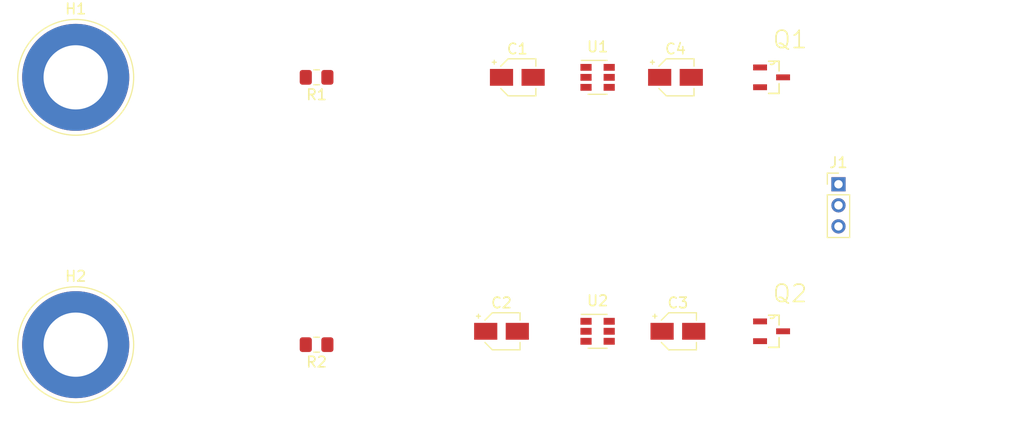
<source format=kicad_pcb>
(kicad_pcb (version 20171130) (host pcbnew 5.1.5+dfsg1-2build2)

  (general
    (thickness 1.6)
    (drawings 0)
    (tracks 0)
    (zones 0)
    (modules 13)
    (nets 13)
  )

  (page A4)
  (layers
    (0 F.Cu signal)
    (31 B.Cu signal)
    (32 B.Adhes user)
    (33 F.Adhes user)
    (34 B.Paste user)
    (35 F.Paste user)
    (36 B.SilkS user)
    (37 F.SilkS user)
    (38 B.Mask user)
    (39 F.Mask user)
    (40 Dwgs.User user)
    (41 Cmts.User user)
    (42 Eco1.User user)
    (43 Eco2.User user)
    (44 Edge.Cuts user)
    (45 Margin user)
    (46 B.CrtYd user)
    (47 F.CrtYd user)
    (48 B.Fab user)
    (49 F.Fab user)
  )

  (setup
    (last_trace_width 0.25)
    (trace_clearance 0.2)
    (zone_clearance 0.508)
    (zone_45_only no)
    (trace_min 0.2)
    (via_size 0.8)
    (via_drill 0.4)
    (via_min_size 0.4)
    (via_min_drill 0.3)
    (uvia_size 0.3)
    (uvia_drill 0.1)
    (uvias_allowed no)
    (uvia_min_size 0.2)
    (uvia_min_drill 0.1)
    (edge_width 0.05)
    (segment_width 0.2)
    (pcb_text_width 0.3)
    (pcb_text_size 1.5 1.5)
    (mod_edge_width 0.12)
    (mod_text_size 1 1)
    (mod_text_width 0.15)
    (pad_size 1.524 1.524)
    (pad_drill 0.762)
    (pad_to_mask_clearance 0.051)
    (solder_mask_min_width 0.25)
    (aux_axis_origin 0 0)
    (visible_elements FFFFFF7F)
    (pcbplotparams
      (layerselection 0x010fc_ffffffff)
      (usegerberextensions false)
      (usegerberattributes false)
      (usegerberadvancedattributes false)
      (creategerberjobfile false)
      (excludeedgelayer true)
      (linewidth 0.100000)
      (plotframeref false)
      (viasonmask false)
      (mode 1)
      (useauxorigin false)
      (hpglpennumber 1)
      (hpglpenspeed 20)
      (hpglpendiameter 15.000000)
      (psnegative false)
      (psa4output false)
      (plotreference true)
      (plotvalue true)
      (plotinvisibletext false)
      (padsonsilk false)
      (subtractmaskfromsilk false)
      (outputformat 1)
      (mirror false)
      (drillshape 1)
      (scaleselection 1)
      (outputdirectory ""))
  )

  (net 0 "")
  (net 1 "Net-(C1-Pad2)")
  (net 2 "Net-(C1-Pad1)")
  (net 3 "Net-(C2-Pad2)")
  (net 4 "Net-(C2-Pad1)")
  (net 5 GND)
  (net 6 VCC)
  (net 7 "Net-(H1-Pad1)")
  (net 8 "Net-(H2-Pad1)")
  (net 9 "Net-(J1-Pad1)")
  (net 10 "Net-(J1-Pad3)")
  (net 11 "Net-(Q1-Pad4)")
  (net 12 "Net-(Q2-Pad4)")

  (net_class Default "This is the default net class."
    (clearance 0.2)
    (trace_width 0.25)
    (via_dia 0.8)
    (via_drill 0.4)
    (uvia_dia 0.3)
    (uvia_drill 0.1)
    (add_net GND)
    (add_net "Net-(C1-Pad1)")
    (add_net "Net-(C1-Pad2)")
    (add_net "Net-(C2-Pad1)")
    (add_net "Net-(C2-Pad2)")
    (add_net "Net-(H1-Pad1)")
    (add_net "Net-(H2-Pad1)")
    (add_net "Net-(J1-Pad1)")
    (add_net "Net-(J1-Pad3)")
    (add_net "Net-(Q1-Pad4)")
    (add_net "Net-(Q2-Pad4)")
    (add_net VCC)
  )

  (module Capacitor_SMD:CP_Elec_3x5.3 (layer F.Cu) (tedit 5B303299) (tstamp 6308BC08)
    (at 80.01 63.5)
    (descr "SMT capacitor, aluminium electrolytic, 3x5.3, Cornell Dubilier Electronics ")
    (tags "Capacitor Electrolytic")
    (path /6309215C)
    (attr smd)
    (fp_text reference C1 (at 0 -2.7) (layer F.SilkS)
      (effects (font (size 1 1) (thickness 0.15)))
    )
    (fp_text value CAP (at 0 2.7) (layer F.Fab)
      (effects (font (size 1 1) (thickness 0.15)))
    )
    (fp_text user %R (at 0 0) (layer F.Fab)
      (effects (font (size 0.6 0.6) (thickness 0.09)))
    )
    (fp_line (start -2.85 1.05) (end -1.78 1.05) (layer F.CrtYd) (width 0.05))
    (fp_line (start -2.85 -1.05) (end -2.85 1.05) (layer F.CrtYd) (width 0.05))
    (fp_line (start -1.78 -1.05) (end -2.85 -1.05) (layer F.CrtYd) (width 0.05))
    (fp_line (start -1.78 -1.05) (end -0.93 -1.9) (layer F.CrtYd) (width 0.05))
    (fp_line (start -1.78 1.05) (end -0.93 1.9) (layer F.CrtYd) (width 0.05))
    (fp_line (start -0.93 -1.9) (end 1.9 -1.9) (layer F.CrtYd) (width 0.05))
    (fp_line (start -0.93 1.9) (end 1.9 1.9) (layer F.CrtYd) (width 0.05))
    (fp_line (start 1.9 1.05) (end 1.9 1.9) (layer F.CrtYd) (width 0.05))
    (fp_line (start 2.85 1.05) (end 1.9 1.05) (layer F.CrtYd) (width 0.05))
    (fp_line (start 2.85 -1.05) (end 2.85 1.05) (layer F.CrtYd) (width 0.05))
    (fp_line (start 1.9 -1.05) (end 2.85 -1.05) (layer F.CrtYd) (width 0.05))
    (fp_line (start 1.9 -1.9) (end 1.9 -1.05) (layer F.CrtYd) (width 0.05))
    (fp_line (start -2.1875 -1.6225) (end -2.1875 -1.2475) (layer F.SilkS) (width 0.12))
    (fp_line (start -2.375 -1.435) (end -2 -1.435) (layer F.SilkS) (width 0.12))
    (fp_line (start -1.570563 1.06) (end -0.870563 1.76) (layer F.SilkS) (width 0.12))
    (fp_line (start -1.570563 -1.06) (end -0.870563 -1.76) (layer F.SilkS) (width 0.12))
    (fp_line (start -0.870563 1.76) (end 1.76 1.76) (layer F.SilkS) (width 0.12))
    (fp_line (start -0.870563 -1.76) (end 1.76 -1.76) (layer F.SilkS) (width 0.12))
    (fp_line (start 1.76 -1.76) (end 1.76 -1.06) (layer F.SilkS) (width 0.12))
    (fp_line (start 1.76 1.76) (end 1.76 1.06) (layer F.SilkS) (width 0.12))
    (fp_line (start -0.960469 -0.95) (end -0.960469 -0.65) (layer F.Fab) (width 0.1))
    (fp_line (start -1.110469 -0.8) (end -0.810469 -0.8) (layer F.Fab) (width 0.1))
    (fp_line (start -1.65 0.825) (end -0.825 1.65) (layer F.Fab) (width 0.1))
    (fp_line (start -1.65 -0.825) (end -0.825 -1.65) (layer F.Fab) (width 0.1))
    (fp_line (start -1.65 -0.825) (end -1.65 0.825) (layer F.Fab) (width 0.1))
    (fp_line (start -0.825 1.65) (end 1.65 1.65) (layer F.Fab) (width 0.1))
    (fp_line (start -0.825 -1.65) (end 1.65 -1.65) (layer F.Fab) (width 0.1))
    (fp_line (start 1.65 -1.65) (end 1.65 1.65) (layer F.Fab) (width 0.1))
    (fp_circle (center 0 0) (end 1.5 0) (layer F.Fab) (width 0.1))
    (pad 2 smd rect (at 1.5 0) (size 2.2 1.6) (layers F.Cu F.Paste F.Mask)
      (net 1 "Net-(C1-Pad2)"))
    (pad 1 smd rect (at -1.5 0) (size 2.2 1.6) (layers F.Cu F.Paste F.Mask)
      (net 2 "Net-(C1-Pad1)"))
    (model ${KISYS3DMOD}/Capacitor_SMD.3dshapes/CP_Elec_3x5.3.wrl
      (at (xyz 0 0 0))
      (scale (xyz 1 1 1))
      (rotate (xyz 0 0 0))
    )
  )

  (module Capacitor_SMD:CP_Elec_3x5.3 (layer F.Cu) (tedit 5B303299) (tstamp 6308BC2C)
    (at 78.51 87.63)
    (descr "SMT capacitor, aluminium electrolytic, 3x5.3, Cornell Dubilier Electronics ")
    (tags "Capacitor Electrolytic")
    (path /63093946)
    (attr smd)
    (fp_text reference C2 (at 0 -2.7) (layer F.SilkS)
      (effects (font (size 1 1) (thickness 0.15)))
    )
    (fp_text value CAP (at 0 2.7) (layer F.Fab)
      (effects (font (size 1 1) (thickness 0.15)))
    )
    (fp_text user %R (at 0 0) (layer F.Fab)
      (effects (font (size 0.6 0.6) (thickness 0.09)))
    )
    (fp_line (start -2.85 1.05) (end -1.78 1.05) (layer F.CrtYd) (width 0.05))
    (fp_line (start -2.85 -1.05) (end -2.85 1.05) (layer F.CrtYd) (width 0.05))
    (fp_line (start -1.78 -1.05) (end -2.85 -1.05) (layer F.CrtYd) (width 0.05))
    (fp_line (start -1.78 -1.05) (end -0.93 -1.9) (layer F.CrtYd) (width 0.05))
    (fp_line (start -1.78 1.05) (end -0.93 1.9) (layer F.CrtYd) (width 0.05))
    (fp_line (start -0.93 -1.9) (end 1.9 -1.9) (layer F.CrtYd) (width 0.05))
    (fp_line (start -0.93 1.9) (end 1.9 1.9) (layer F.CrtYd) (width 0.05))
    (fp_line (start 1.9 1.05) (end 1.9 1.9) (layer F.CrtYd) (width 0.05))
    (fp_line (start 2.85 1.05) (end 1.9 1.05) (layer F.CrtYd) (width 0.05))
    (fp_line (start 2.85 -1.05) (end 2.85 1.05) (layer F.CrtYd) (width 0.05))
    (fp_line (start 1.9 -1.05) (end 2.85 -1.05) (layer F.CrtYd) (width 0.05))
    (fp_line (start 1.9 -1.9) (end 1.9 -1.05) (layer F.CrtYd) (width 0.05))
    (fp_line (start -2.1875 -1.6225) (end -2.1875 -1.2475) (layer F.SilkS) (width 0.12))
    (fp_line (start -2.375 -1.435) (end -2 -1.435) (layer F.SilkS) (width 0.12))
    (fp_line (start -1.570563 1.06) (end -0.870563 1.76) (layer F.SilkS) (width 0.12))
    (fp_line (start -1.570563 -1.06) (end -0.870563 -1.76) (layer F.SilkS) (width 0.12))
    (fp_line (start -0.870563 1.76) (end 1.76 1.76) (layer F.SilkS) (width 0.12))
    (fp_line (start -0.870563 -1.76) (end 1.76 -1.76) (layer F.SilkS) (width 0.12))
    (fp_line (start 1.76 -1.76) (end 1.76 -1.06) (layer F.SilkS) (width 0.12))
    (fp_line (start 1.76 1.76) (end 1.76 1.06) (layer F.SilkS) (width 0.12))
    (fp_line (start -0.960469 -0.95) (end -0.960469 -0.65) (layer F.Fab) (width 0.1))
    (fp_line (start -1.110469 -0.8) (end -0.810469 -0.8) (layer F.Fab) (width 0.1))
    (fp_line (start -1.65 0.825) (end -0.825 1.65) (layer F.Fab) (width 0.1))
    (fp_line (start -1.65 -0.825) (end -0.825 -1.65) (layer F.Fab) (width 0.1))
    (fp_line (start -1.65 -0.825) (end -1.65 0.825) (layer F.Fab) (width 0.1))
    (fp_line (start -0.825 1.65) (end 1.65 1.65) (layer F.Fab) (width 0.1))
    (fp_line (start -0.825 -1.65) (end 1.65 -1.65) (layer F.Fab) (width 0.1))
    (fp_line (start 1.65 -1.65) (end 1.65 1.65) (layer F.Fab) (width 0.1))
    (fp_circle (center 0 0) (end 1.5 0) (layer F.Fab) (width 0.1))
    (pad 2 smd rect (at 1.5 0) (size 2.2 1.6) (layers F.Cu F.Paste F.Mask)
      (net 3 "Net-(C2-Pad2)"))
    (pad 1 smd rect (at -1.5 0) (size 2.2 1.6) (layers F.Cu F.Paste F.Mask)
      (net 4 "Net-(C2-Pad1)"))
    (model ${KISYS3DMOD}/Capacitor_SMD.3dshapes/CP_Elec_3x5.3.wrl
      (at (xyz 0 0 0))
      (scale (xyz 1 1 1))
      (rotate (xyz 0 0 0))
    )
  )

  (module Capacitor_SMD:CP_Elec_3x5.3 (layer F.Cu) (tedit 5B303299) (tstamp 6308BC50)
    (at 95.25 87.63)
    (descr "SMT capacitor, aluminium electrolytic, 3x5.3, Cornell Dubilier Electronics ")
    (tags "Capacitor Electrolytic")
    (path /63090B9B)
    (attr smd)
    (fp_text reference C3 (at 0 -2.7) (layer F.SilkS)
      (effects (font (size 1 1) (thickness 0.15)))
    )
    (fp_text value CAP (at 0 2.7) (layer F.Fab)
      (effects (font (size 1 1) (thickness 0.15)))
    )
    (fp_circle (center 0 0) (end 1.5 0) (layer F.Fab) (width 0.1))
    (fp_line (start 1.65 -1.65) (end 1.65 1.65) (layer F.Fab) (width 0.1))
    (fp_line (start -0.825 -1.65) (end 1.65 -1.65) (layer F.Fab) (width 0.1))
    (fp_line (start -0.825 1.65) (end 1.65 1.65) (layer F.Fab) (width 0.1))
    (fp_line (start -1.65 -0.825) (end -1.65 0.825) (layer F.Fab) (width 0.1))
    (fp_line (start -1.65 -0.825) (end -0.825 -1.65) (layer F.Fab) (width 0.1))
    (fp_line (start -1.65 0.825) (end -0.825 1.65) (layer F.Fab) (width 0.1))
    (fp_line (start -1.110469 -0.8) (end -0.810469 -0.8) (layer F.Fab) (width 0.1))
    (fp_line (start -0.960469 -0.95) (end -0.960469 -0.65) (layer F.Fab) (width 0.1))
    (fp_line (start 1.76 1.76) (end 1.76 1.06) (layer F.SilkS) (width 0.12))
    (fp_line (start 1.76 -1.76) (end 1.76 -1.06) (layer F.SilkS) (width 0.12))
    (fp_line (start -0.870563 -1.76) (end 1.76 -1.76) (layer F.SilkS) (width 0.12))
    (fp_line (start -0.870563 1.76) (end 1.76 1.76) (layer F.SilkS) (width 0.12))
    (fp_line (start -1.570563 -1.06) (end -0.870563 -1.76) (layer F.SilkS) (width 0.12))
    (fp_line (start -1.570563 1.06) (end -0.870563 1.76) (layer F.SilkS) (width 0.12))
    (fp_line (start -2.375 -1.435) (end -2 -1.435) (layer F.SilkS) (width 0.12))
    (fp_line (start -2.1875 -1.6225) (end -2.1875 -1.2475) (layer F.SilkS) (width 0.12))
    (fp_line (start 1.9 -1.9) (end 1.9 -1.05) (layer F.CrtYd) (width 0.05))
    (fp_line (start 1.9 -1.05) (end 2.85 -1.05) (layer F.CrtYd) (width 0.05))
    (fp_line (start 2.85 -1.05) (end 2.85 1.05) (layer F.CrtYd) (width 0.05))
    (fp_line (start 2.85 1.05) (end 1.9 1.05) (layer F.CrtYd) (width 0.05))
    (fp_line (start 1.9 1.05) (end 1.9 1.9) (layer F.CrtYd) (width 0.05))
    (fp_line (start -0.93 1.9) (end 1.9 1.9) (layer F.CrtYd) (width 0.05))
    (fp_line (start -0.93 -1.9) (end 1.9 -1.9) (layer F.CrtYd) (width 0.05))
    (fp_line (start -1.78 1.05) (end -0.93 1.9) (layer F.CrtYd) (width 0.05))
    (fp_line (start -1.78 -1.05) (end -0.93 -1.9) (layer F.CrtYd) (width 0.05))
    (fp_line (start -1.78 -1.05) (end -2.85 -1.05) (layer F.CrtYd) (width 0.05))
    (fp_line (start -2.85 -1.05) (end -2.85 1.05) (layer F.CrtYd) (width 0.05))
    (fp_line (start -2.85 1.05) (end -1.78 1.05) (layer F.CrtYd) (width 0.05))
    (fp_text user %R (at 0 0) (layer F.Fab)
      (effects (font (size 0.6 0.6) (thickness 0.09)))
    )
    (pad 1 smd rect (at -1.5 0) (size 2.2 1.6) (layers F.Cu F.Paste F.Mask)
      (net 5 GND))
    (pad 2 smd rect (at 1.5 0) (size 2.2 1.6) (layers F.Cu F.Paste F.Mask)
      (net 6 VCC))
    (model ${KISYS3DMOD}/Capacitor_SMD.3dshapes/CP_Elec_3x5.3.wrl
      (at (xyz 0 0 0))
      (scale (xyz 1 1 1))
      (rotate (xyz 0 0 0))
    )
  )

  (module Capacitor_SMD:CP_Elec_3x5.3 (layer F.Cu) (tedit 5B303299) (tstamp 6308BC74)
    (at 95.02 63.5)
    (descr "SMT capacitor, aluminium electrolytic, 3x5.3, Cornell Dubilier Electronics ")
    (tags "Capacitor Electrolytic")
    (path /63092BEC)
    (attr smd)
    (fp_text reference C4 (at 0 -2.7) (layer F.SilkS)
      (effects (font (size 1 1) (thickness 0.15)))
    )
    (fp_text value CAP (at 0 2.7) (layer F.Fab)
      (effects (font (size 1 1) (thickness 0.15)))
    )
    (fp_circle (center 0 0) (end 1.5 0) (layer F.Fab) (width 0.1))
    (fp_line (start 1.65 -1.65) (end 1.65 1.65) (layer F.Fab) (width 0.1))
    (fp_line (start -0.825 -1.65) (end 1.65 -1.65) (layer F.Fab) (width 0.1))
    (fp_line (start -0.825 1.65) (end 1.65 1.65) (layer F.Fab) (width 0.1))
    (fp_line (start -1.65 -0.825) (end -1.65 0.825) (layer F.Fab) (width 0.1))
    (fp_line (start -1.65 -0.825) (end -0.825 -1.65) (layer F.Fab) (width 0.1))
    (fp_line (start -1.65 0.825) (end -0.825 1.65) (layer F.Fab) (width 0.1))
    (fp_line (start -1.110469 -0.8) (end -0.810469 -0.8) (layer F.Fab) (width 0.1))
    (fp_line (start -0.960469 -0.95) (end -0.960469 -0.65) (layer F.Fab) (width 0.1))
    (fp_line (start 1.76 1.76) (end 1.76 1.06) (layer F.SilkS) (width 0.12))
    (fp_line (start 1.76 -1.76) (end 1.76 -1.06) (layer F.SilkS) (width 0.12))
    (fp_line (start -0.870563 -1.76) (end 1.76 -1.76) (layer F.SilkS) (width 0.12))
    (fp_line (start -0.870563 1.76) (end 1.76 1.76) (layer F.SilkS) (width 0.12))
    (fp_line (start -1.570563 -1.06) (end -0.870563 -1.76) (layer F.SilkS) (width 0.12))
    (fp_line (start -1.570563 1.06) (end -0.870563 1.76) (layer F.SilkS) (width 0.12))
    (fp_line (start -2.375 -1.435) (end -2 -1.435) (layer F.SilkS) (width 0.12))
    (fp_line (start -2.1875 -1.6225) (end -2.1875 -1.2475) (layer F.SilkS) (width 0.12))
    (fp_line (start 1.9 -1.9) (end 1.9 -1.05) (layer F.CrtYd) (width 0.05))
    (fp_line (start 1.9 -1.05) (end 2.85 -1.05) (layer F.CrtYd) (width 0.05))
    (fp_line (start 2.85 -1.05) (end 2.85 1.05) (layer F.CrtYd) (width 0.05))
    (fp_line (start 2.85 1.05) (end 1.9 1.05) (layer F.CrtYd) (width 0.05))
    (fp_line (start 1.9 1.05) (end 1.9 1.9) (layer F.CrtYd) (width 0.05))
    (fp_line (start -0.93 1.9) (end 1.9 1.9) (layer F.CrtYd) (width 0.05))
    (fp_line (start -0.93 -1.9) (end 1.9 -1.9) (layer F.CrtYd) (width 0.05))
    (fp_line (start -1.78 1.05) (end -0.93 1.9) (layer F.CrtYd) (width 0.05))
    (fp_line (start -1.78 -1.05) (end -0.93 -1.9) (layer F.CrtYd) (width 0.05))
    (fp_line (start -1.78 -1.05) (end -2.85 -1.05) (layer F.CrtYd) (width 0.05))
    (fp_line (start -2.85 -1.05) (end -2.85 1.05) (layer F.CrtYd) (width 0.05))
    (fp_line (start -2.85 1.05) (end -1.78 1.05) (layer F.CrtYd) (width 0.05))
    (fp_text user %R (at 0 0) (layer F.Fab)
      (effects (font (size 0.6 0.6) (thickness 0.09)))
    )
    (pad 1 smd rect (at -1.5 0) (size 2.2 1.6) (layers F.Cu F.Paste F.Mask)
      (net 5 GND))
    (pad 2 smd rect (at 1.5 0) (size 2.2 1.6) (layers F.Cu F.Paste F.Mask)
      (net 6 VCC))
    (model ${KISYS3DMOD}/Capacitor_SMD.3dshapes/CP_Elec_3x5.3.wrl
      (at (xyz 0 0 0))
      (scale (xyz 1 1 1))
      (rotate (xyz 0 0 0))
    )
  )

  (module Connector:Banana_Jack_1Pin (layer F.Cu) (tedit 5A1AB217) (tstamp 6308BC7E)
    (at 38.1 63.5)
    (descr "Single banana socket, footprint - 6mm drill")
    (tags "banana socket")
    (path /63083B00)
    (fp_text reference H1 (at 0 -6.5) (layer F.SilkS)
      (effects (font (size 1 1) (thickness 0.15)))
    )
    (fp_text value MountingHole_Pad (at -0.25 6.5) (layer F.Fab)
      (effects (font (size 1 1) (thickness 0.15)))
    )
    (fp_text user %R (at 0 0) (layer F.Fab)
      (effects (font (size 0.8 0.8) (thickness 0.12)))
    )
    (fp_circle (center 0 0) (end 5.75 0) (layer F.CrtYd) (width 0.05))
    (fp_circle (center 0 0) (end 2 0) (layer F.Fab) (width 0.1))
    (fp_circle (center 0 0) (end 4.85 0.05) (layer F.Fab) (width 0.1))
    (fp_circle (center 0 0) (end 5.5 0) (layer F.SilkS) (width 0.12))
    (pad 1 thru_hole circle (at 0 0) (size 10.16 10.16) (drill 6.1) (layers *.Cu *.Mask)
      (net 7 "Net-(H1-Pad1)"))
    (model ${KISYS3DMOD}/Connector.3dshapes/Banana_Jack_1Pin.wrl
      (at (xyz 0 0 0))
      (scale (xyz 2 2 2))
      (rotate (xyz 0 0 0))
    )
  )

  (module Connector:Banana_Jack_1Pin (layer F.Cu) (tedit 5A1AB217) (tstamp 6308BC88)
    (at 38.1 88.9)
    (descr "Single banana socket, footprint - 6mm drill")
    (tags "banana socket")
    (path /63084185)
    (fp_text reference H2 (at 0 -6.5) (layer F.SilkS)
      (effects (font (size 1 1) (thickness 0.15)))
    )
    (fp_text value MountingHole_Pad (at -0.25 6.5) (layer F.Fab)
      (effects (font (size 1 1) (thickness 0.15)))
    )
    (fp_circle (center 0 0) (end 5.5 0) (layer F.SilkS) (width 0.12))
    (fp_circle (center 0 0) (end 4.85 0.05) (layer F.Fab) (width 0.1))
    (fp_circle (center 0 0) (end 2 0) (layer F.Fab) (width 0.1))
    (fp_circle (center 0 0) (end 5.75 0) (layer F.CrtYd) (width 0.05))
    (fp_text user %R (at 0 0) (layer F.Fab)
      (effects (font (size 0.8 0.8) (thickness 0.12)))
    )
    (pad 1 thru_hole circle (at 0 0) (size 10.16 10.16) (drill 6.1) (layers *.Cu *.Mask)
      (net 8 "Net-(H2-Pad1)"))
    (model ${KISYS3DMOD}/Connector.3dshapes/Banana_Jack_1Pin.wrl
      (at (xyz 0 0 0))
      (scale (xyz 2 2 2))
      (rotate (xyz 0 0 0))
    )
  )

  (module Connector_PinHeader_2.00mm:PinHeader_1x03_P2.00mm_Vertical (layer F.Cu) (tedit 59FED667) (tstamp 6308BC9F)
    (at 110.49 73.66)
    (descr "Through hole straight pin header, 1x03, 2.00mm pitch, single row")
    (tags "Through hole pin header THT 1x03 2.00mm single row")
    (path /6308EBFE)
    (fp_text reference J1 (at 0 -2.06) (layer F.SilkS)
      (effects (font (size 1 1) (thickness 0.15)))
    )
    (fp_text value Conn_01x03 (at 0 6.06) (layer F.Fab)
      (effects (font (size 1 1) (thickness 0.15)))
    )
    (fp_line (start -0.5 -1) (end 1 -1) (layer F.Fab) (width 0.1))
    (fp_line (start 1 -1) (end 1 5) (layer F.Fab) (width 0.1))
    (fp_line (start 1 5) (end -1 5) (layer F.Fab) (width 0.1))
    (fp_line (start -1 5) (end -1 -0.5) (layer F.Fab) (width 0.1))
    (fp_line (start -1 -0.5) (end -0.5 -1) (layer F.Fab) (width 0.1))
    (fp_line (start -1.06 5.06) (end 1.06 5.06) (layer F.SilkS) (width 0.12))
    (fp_line (start -1.06 1) (end -1.06 5.06) (layer F.SilkS) (width 0.12))
    (fp_line (start 1.06 1) (end 1.06 5.06) (layer F.SilkS) (width 0.12))
    (fp_line (start -1.06 1) (end 1.06 1) (layer F.SilkS) (width 0.12))
    (fp_line (start -1.06 0) (end -1.06 -1.06) (layer F.SilkS) (width 0.12))
    (fp_line (start -1.06 -1.06) (end 0 -1.06) (layer F.SilkS) (width 0.12))
    (fp_line (start -1.5 -1.5) (end -1.5 5.5) (layer F.CrtYd) (width 0.05))
    (fp_line (start -1.5 5.5) (end 1.5 5.5) (layer F.CrtYd) (width 0.05))
    (fp_line (start 1.5 5.5) (end 1.5 -1.5) (layer F.CrtYd) (width 0.05))
    (fp_line (start 1.5 -1.5) (end -1.5 -1.5) (layer F.CrtYd) (width 0.05))
    (fp_text user %R (at 0 2 90) (layer F.Fab)
      (effects (font (size 1 1) (thickness 0.15)))
    )
    (pad 1 thru_hole rect (at 0 0) (size 1.35 1.35) (drill 0.8) (layers *.Cu *.Mask)
      (net 9 "Net-(J1-Pad1)"))
    (pad 2 thru_hole oval (at 0 2) (size 1.35 1.35) (drill 0.8) (layers *.Cu *.Mask)
      (net 5 GND))
    (pad 3 thru_hole oval (at 0 4) (size 1.35 1.35) (drill 0.8) (layers *.Cu *.Mask)
      (net 10 "Net-(J1-Pad3)"))
    (model ${KISYS3DMOD}/Connector_PinHeader_2.00mm.3dshapes/PinHeader_1x03_P2.00mm_Vertical.wrl
      (at (xyz 0 0 0))
      (scale (xyz 1 1 1))
      (rotate (xyz 0 0 0))
    )
  )

  (module Resources:SOT95P240X112-3N (layer F.Cu) (tedit 6307FCB2) (tstamp 6308BCC2)
    (at 104.14 63.5)
    (path /6308B5CD)
    (fp_text reference Q1 (at 1.755825 -3.587985) (layer F.SilkS)
      (effects (font (size 1.643016 1.643016) (thickness 0.15)))
    )
    (fp_text value BUK7M9R9-60EX (at 13.21149 3.404495) (layer F.Fab)
      (effects (font (size 1.640433 1.640433) (thickness 0.15)))
    )
    (fp_line (start 0.7112 -0.6096) (end 0.7112 -1.524) (layer F.SilkS) (width 0.1524))
    (fp_line (start -0.2794 1.524) (end 0.7112 1.524) (layer F.SilkS) (width 0.1524))
    (fp_line (start 0.7112 1.524) (end 0.7112 0.6096) (layer F.SilkS) (width 0.1524))
    (fp_line (start 0.7112 -1.524) (end 0.3048 -1.524) (layer F.SilkS) (width 0.1524))
    (fp_line (start 0.3048 -1.524) (end -0.2794 -1.524) (layer F.SilkS) (width 0.1524))
    (fp_arc (start 0.003781 -1.526582) (end -0.1016 -1.2446) (angle -110) (layer F.SilkS) (width 0.1524))
    (fp_line (start -0.7112 1.524) (end 0.7112 1.524) (layer F.Fab) (width 0.1))
    (fp_line (start 0.7112 1.524) (end 0.7112 0.254) (layer F.Fab) (width 0.1))
    (fp_line (start 0.7112 0.254) (end 0.7112 -0.254) (layer F.Fab) (width 0.1))
    (fp_line (start 0.7112 -0.254) (end 0.7112 -1.524) (layer F.Fab) (width 0.1))
    (fp_line (start 0.7112 -1.524) (end 0.3048 -1.524) (layer F.Fab) (width 0.1))
    (fp_line (start 0.3048 -1.524) (end -0.3048 -1.524) (layer F.Fab) (width 0.1))
    (fp_line (start -0.3048 -1.524) (end -0.7112 -1.524) (layer F.Fab) (width 0.1))
    (fp_line (start -0.7112 -1.524) (end -0.7112 -1.1938) (layer F.Fab) (width 0.1))
    (fp_line (start -0.7112 -1.1938) (end -0.7112 -0.7112) (layer F.Fab) (width 0.1))
    (fp_line (start -0.7112 -0.7112) (end -0.7112 0.7112) (layer F.Fab) (width 0.1))
    (fp_line (start -0.7112 -1.1938) (end -1.3208 -1.1938) (layer F.Fab) (width 0.1))
    (fp_line (start -1.3208 -1.1938) (end -1.3208 -0.7112) (layer F.Fab) (width 0.1))
    (fp_line (start -1.3208 -0.7112) (end -0.7112 -0.7112) (layer F.Fab) (width 0.1))
    (fp_line (start -0.7112 1.524) (end -0.7112 1.1938) (layer F.Fab) (width 0.1))
    (fp_line (start -0.7112 1.1938) (end -0.7112 0.7112) (layer F.Fab) (width 0.1))
    (fp_line (start -0.7112 0.7112) (end -1.3208 0.7112) (layer F.Fab) (width 0.1))
    (fp_line (start -1.3208 0.7112) (end -1.3208 1.1938) (layer F.Fab) (width 0.1))
    (fp_line (start -1.3208 1.1938) (end -0.7112 1.1938) (layer F.Fab) (width 0.1))
    (fp_line (start 0.7112 0.254) (end 1.3208 0.254) (layer F.Fab) (width 0.1))
    (fp_line (start 1.3208 0.254) (end 1.3208 -0.254) (layer F.Fab) (width 0.1))
    (fp_line (start 1.3208 -0.254) (end 0.7112 -0.254) (layer F.Fab) (width 0.1))
    (fp_arc (start 0 -1.524) (end -0.3048 -1.524) (angle -180) (layer F.Fab) (width 0.1))
    (pad 1 smd rect (at -1.0922 -0.9398) (size 1.3208 0.5588) (layers F.Cu F.Paste F.Mask)
      (net 5 GND))
    (pad 2 smd rect (at -1.0922 0.9398) (size 1.3208 0.5588) (layers F.Cu F.Paste F.Mask)
      (net 5 GND))
    (pad 3 smd rect (at 1.0922 0) (size 1.3208 0.5588) (layers F.Cu F.Paste F.Mask)
      (net 5 GND))
  )

  (module Resources:SOT95P240X112-3N (layer F.Cu) (tedit 6307FCB2) (tstamp 6308BCE5)
    (at 104.14 87.63)
    (path /6308D001)
    (fp_text reference Q2 (at 1.755825 -3.587985) (layer F.SilkS)
      (effects (font (size 1.643016 1.643016) (thickness 0.15)))
    )
    (fp_text value BUK7M9R9-60EX (at 13.21149 3.404495) (layer F.Fab)
      (effects (font (size 1.640433 1.640433) (thickness 0.15)))
    )
    (fp_arc (start 0 -1.524) (end -0.3048 -1.524) (angle -180) (layer F.Fab) (width 0.1))
    (fp_line (start 1.3208 -0.254) (end 0.7112 -0.254) (layer F.Fab) (width 0.1))
    (fp_line (start 1.3208 0.254) (end 1.3208 -0.254) (layer F.Fab) (width 0.1))
    (fp_line (start 0.7112 0.254) (end 1.3208 0.254) (layer F.Fab) (width 0.1))
    (fp_line (start -1.3208 1.1938) (end -0.7112 1.1938) (layer F.Fab) (width 0.1))
    (fp_line (start -1.3208 0.7112) (end -1.3208 1.1938) (layer F.Fab) (width 0.1))
    (fp_line (start -0.7112 0.7112) (end -1.3208 0.7112) (layer F.Fab) (width 0.1))
    (fp_line (start -0.7112 1.1938) (end -0.7112 0.7112) (layer F.Fab) (width 0.1))
    (fp_line (start -0.7112 1.524) (end -0.7112 1.1938) (layer F.Fab) (width 0.1))
    (fp_line (start -1.3208 -0.7112) (end -0.7112 -0.7112) (layer F.Fab) (width 0.1))
    (fp_line (start -1.3208 -1.1938) (end -1.3208 -0.7112) (layer F.Fab) (width 0.1))
    (fp_line (start -0.7112 -1.1938) (end -1.3208 -1.1938) (layer F.Fab) (width 0.1))
    (fp_line (start -0.7112 -0.7112) (end -0.7112 0.7112) (layer F.Fab) (width 0.1))
    (fp_line (start -0.7112 -1.1938) (end -0.7112 -0.7112) (layer F.Fab) (width 0.1))
    (fp_line (start -0.7112 -1.524) (end -0.7112 -1.1938) (layer F.Fab) (width 0.1))
    (fp_line (start -0.3048 -1.524) (end -0.7112 -1.524) (layer F.Fab) (width 0.1))
    (fp_line (start 0.3048 -1.524) (end -0.3048 -1.524) (layer F.Fab) (width 0.1))
    (fp_line (start 0.7112 -1.524) (end 0.3048 -1.524) (layer F.Fab) (width 0.1))
    (fp_line (start 0.7112 -0.254) (end 0.7112 -1.524) (layer F.Fab) (width 0.1))
    (fp_line (start 0.7112 0.254) (end 0.7112 -0.254) (layer F.Fab) (width 0.1))
    (fp_line (start 0.7112 1.524) (end 0.7112 0.254) (layer F.Fab) (width 0.1))
    (fp_line (start -0.7112 1.524) (end 0.7112 1.524) (layer F.Fab) (width 0.1))
    (fp_arc (start 0.003781 -1.526582) (end -0.1016 -1.2446) (angle -110) (layer F.SilkS) (width 0.1524))
    (fp_line (start 0.3048 -1.524) (end -0.2794 -1.524) (layer F.SilkS) (width 0.1524))
    (fp_line (start 0.7112 -1.524) (end 0.3048 -1.524) (layer F.SilkS) (width 0.1524))
    (fp_line (start 0.7112 1.524) (end 0.7112 0.6096) (layer F.SilkS) (width 0.1524))
    (fp_line (start -0.2794 1.524) (end 0.7112 1.524) (layer F.SilkS) (width 0.1524))
    (fp_line (start 0.7112 -0.6096) (end 0.7112 -1.524) (layer F.SilkS) (width 0.1524))
    (pad 3 smd rect (at 1.0922 0) (size 1.3208 0.5588) (layers F.Cu F.Paste F.Mask)
      (net 5 GND))
    (pad 2 smd rect (at -1.0922 0.9398) (size 1.3208 0.5588) (layers F.Cu F.Paste F.Mask)
      (net 5 GND))
    (pad 1 smd rect (at -1.0922 -0.9398) (size 1.3208 0.5588) (layers F.Cu F.Paste F.Mask)
      (net 5 GND))
  )

  (module Resistor_SMD:R_0805_2012Metric_Pad1.15x1.40mm_HandSolder (layer F.Cu) (tedit 5B36C52B) (tstamp 6308BCF6)
    (at 60.96 63.5 180)
    (descr "Resistor SMD 0805 (2012 Metric), square (rectangular) end terminal, IPC_7351 nominal with elongated pad for handsoldering. (Body size source: https://docs.google.com/spreadsheets/d/1BsfQQcO9C6DZCsRaXUlFlo91Tg2WpOkGARC1WS5S8t0/edit?usp=sharing), generated with kicad-footprint-generator")
    (tags "resistor handsolder")
    (path /6308476E)
    (attr smd)
    (fp_text reference R1 (at 0 -1.65) (layer F.SilkS)
      (effects (font (size 1 1) (thickness 0.15)))
    )
    (fp_text value R (at 0 1.65) (layer F.Fab)
      (effects (font (size 1 1) (thickness 0.15)))
    )
    (fp_line (start -1 0.6) (end -1 -0.6) (layer F.Fab) (width 0.1))
    (fp_line (start -1 -0.6) (end 1 -0.6) (layer F.Fab) (width 0.1))
    (fp_line (start 1 -0.6) (end 1 0.6) (layer F.Fab) (width 0.1))
    (fp_line (start 1 0.6) (end -1 0.6) (layer F.Fab) (width 0.1))
    (fp_line (start -0.261252 -0.71) (end 0.261252 -0.71) (layer F.SilkS) (width 0.12))
    (fp_line (start -0.261252 0.71) (end 0.261252 0.71) (layer F.SilkS) (width 0.12))
    (fp_line (start -1.85 0.95) (end -1.85 -0.95) (layer F.CrtYd) (width 0.05))
    (fp_line (start -1.85 -0.95) (end 1.85 -0.95) (layer F.CrtYd) (width 0.05))
    (fp_line (start 1.85 -0.95) (end 1.85 0.95) (layer F.CrtYd) (width 0.05))
    (fp_line (start 1.85 0.95) (end -1.85 0.95) (layer F.CrtYd) (width 0.05))
    (fp_text user %R (at 0 0) (layer F.Fab)
      (effects (font (size 0.5 0.5) (thickness 0.08)))
    )
    (pad 1 smd roundrect (at -1.025 0 180) (size 1.15 1.4) (layers F.Cu F.Paste F.Mask) (roundrect_rratio 0.217391)
      (net 2 "Net-(C1-Pad1)"))
    (pad 2 smd roundrect (at 1.025 0 180) (size 1.15 1.4) (layers F.Cu F.Paste F.Mask) (roundrect_rratio 0.217391)
      (net 7 "Net-(H1-Pad1)"))
    (model ${KISYS3DMOD}/Resistor_SMD.3dshapes/R_0805_2012Metric.wrl
      (at (xyz 0 0 0))
      (scale (xyz 1 1 1))
      (rotate (xyz 0 0 0))
    )
  )

  (module Resistor_SMD:R_0805_2012Metric_Pad1.15x1.40mm_HandSolder (layer F.Cu) (tedit 5B36C52B) (tstamp 6308BD07)
    (at 60.96 88.9 180)
    (descr "Resistor SMD 0805 (2012 Metric), square (rectangular) end terminal, IPC_7351 nominal with elongated pad for handsoldering. (Body size source: https://docs.google.com/spreadsheets/d/1BsfQQcO9C6DZCsRaXUlFlo91Tg2WpOkGARC1WS5S8t0/edit?usp=sharing), generated with kicad-footprint-generator")
    (tags "resistor handsolder")
    (path /6308504E)
    (attr smd)
    (fp_text reference R2 (at 0 -1.65) (layer F.SilkS)
      (effects (font (size 1 1) (thickness 0.15)))
    )
    (fp_text value R (at 0 1.65) (layer F.Fab)
      (effects (font (size 1 1) (thickness 0.15)))
    )
    (fp_text user %R (at 0 0) (layer F.Fab)
      (effects (font (size 0.5 0.5) (thickness 0.08)))
    )
    (fp_line (start 1.85 0.95) (end -1.85 0.95) (layer F.CrtYd) (width 0.05))
    (fp_line (start 1.85 -0.95) (end 1.85 0.95) (layer F.CrtYd) (width 0.05))
    (fp_line (start -1.85 -0.95) (end 1.85 -0.95) (layer F.CrtYd) (width 0.05))
    (fp_line (start -1.85 0.95) (end -1.85 -0.95) (layer F.CrtYd) (width 0.05))
    (fp_line (start -0.261252 0.71) (end 0.261252 0.71) (layer F.SilkS) (width 0.12))
    (fp_line (start -0.261252 -0.71) (end 0.261252 -0.71) (layer F.SilkS) (width 0.12))
    (fp_line (start 1 0.6) (end -1 0.6) (layer F.Fab) (width 0.1))
    (fp_line (start 1 -0.6) (end 1 0.6) (layer F.Fab) (width 0.1))
    (fp_line (start -1 -0.6) (end 1 -0.6) (layer F.Fab) (width 0.1))
    (fp_line (start -1 0.6) (end -1 -0.6) (layer F.Fab) (width 0.1))
    (pad 2 smd roundrect (at 1.025 0 180) (size 1.15 1.4) (layers F.Cu F.Paste F.Mask) (roundrect_rratio 0.217391)
      (net 8 "Net-(H2-Pad1)"))
    (pad 1 smd roundrect (at -1.025 0 180) (size 1.15 1.4) (layers F.Cu F.Paste F.Mask) (roundrect_rratio 0.217391)
      (net 4 "Net-(C2-Pad1)"))
    (model ${KISYS3DMOD}/Resistor_SMD.3dshapes/R_0805_2012Metric.wrl
      (at (xyz 0 0 0))
      (scale (xyz 1 1 1))
      (rotate (xyz 0 0 0))
    )
  )

  (module Package_TO_SOT_SMD:SOT-23-6 (layer F.Cu) (tedit 5A02FF57) (tstamp 6308BD1D)
    (at 87.63 63.5)
    (descr "6-pin SOT-23 package")
    (tags SOT-23-6)
    (path /63087686)
    (attr smd)
    (fp_text reference U1 (at 0 -2.9) (layer F.SilkS)
      (effects (font (size 1 1) (thickness 0.15)))
    )
    (fp_text value AT42QT1011-TSHR (at 0 2.9) (layer F.Fab)
      (effects (font (size 1 1) (thickness 0.15)))
    )
    (fp_text user %R (at 0 0 90) (layer F.Fab)
      (effects (font (size 0.5 0.5) (thickness 0.075)))
    )
    (fp_line (start -0.9 1.61) (end 0.9 1.61) (layer F.SilkS) (width 0.12))
    (fp_line (start 0.9 -1.61) (end -1.55 -1.61) (layer F.SilkS) (width 0.12))
    (fp_line (start 1.9 -1.8) (end -1.9 -1.8) (layer F.CrtYd) (width 0.05))
    (fp_line (start 1.9 1.8) (end 1.9 -1.8) (layer F.CrtYd) (width 0.05))
    (fp_line (start -1.9 1.8) (end 1.9 1.8) (layer F.CrtYd) (width 0.05))
    (fp_line (start -1.9 -1.8) (end -1.9 1.8) (layer F.CrtYd) (width 0.05))
    (fp_line (start -0.9 -0.9) (end -0.25 -1.55) (layer F.Fab) (width 0.1))
    (fp_line (start 0.9 -1.55) (end -0.25 -1.55) (layer F.Fab) (width 0.1))
    (fp_line (start -0.9 -0.9) (end -0.9 1.55) (layer F.Fab) (width 0.1))
    (fp_line (start 0.9 1.55) (end -0.9 1.55) (layer F.Fab) (width 0.1))
    (fp_line (start 0.9 -1.55) (end 0.9 1.55) (layer F.Fab) (width 0.1))
    (pad 1 smd rect (at -1.1 -0.95) (size 1.06 0.65) (layers F.Cu F.Paste F.Mask)
      (net 11 "Net-(Q1-Pad4)"))
    (pad 2 smd rect (at -1.1 0) (size 1.06 0.65) (layers F.Cu F.Paste F.Mask)
      (net 5 GND))
    (pad 3 smd rect (at -1.1 0.95) (size 1.06 0.65) (layers F.Cu F.Paste F.Mask)
      (net 2 "Net-(C1-Pad1)"))
    (pad 4 smd rect (at 1.1 0.95) (size 1.06 0.65) (layers F.Cu F.Paste F.Mask)
      (net 1 "Net-(C1-Pad2)"))
    (pad 6 smd rect (at 1.1 -0.95) (size 1.06 0.65) (layers F.Cu F.Paste F.Mask)
      (net 6 VCC))
    (pad 5 smd rect (at 1.1 0) (size 1.06 0.65) (layers F.Cu F.Paste F.Mask)
      (net 6 VCC))
    (model ${KISYS3DMOD}/Package_TO_SOT_SMD.3dshapes/SOT-23-6.wrl
      (at (xyz 0 0 0))
      (scale (xyz 1 1 1))
      (rotate (xyz 0 0 0))
    )
  )

  (module Package_TO_SOT_SMD:SOT-23-6 (layer F.Cu) (tedit 5A02FF57) (tstamp 6308BD33)
    (at 87.63 87.63)
    (descr "6-pin SOT-23 package")
    (tags SOT-23-6)
    (path /63088B0B)
    (attr smd)
    (fp_text reference U2 (at 0 -2.9) (layer F.SilkS)
      (effects (font (size 1 1) (thickness 0.15)))
    )
    (fp_text value AT42QT1011-TSHR (at 0 2.9) (layer F.Fab)
      (effects (font (size 1 1) (thickness 0.15)))
    )
    (fp_line (start 0.9 -1.55) (end 0.9 1.55) (layer F.Fab) (width 0.1))
    (fp_line (start 0.9 1.55) (end -0.9 1.55) (layer F.Fab) (width 0.1))
    (fp_line (start -0.9 -0.9) (end -0.9 1.55) (layer F.Fab) (width 0.1))
    (fp_line (start 0.9 -1.55) (end -0.25 -1.55) (layer F.Fab) (width 0.1))
    (fp_line (start -0.9 -0.9) (end -0.25 -1.55) (layer F.Fab) (width 0.1))
    (fp_line (start -1.9 -1.8) (end -1.9 1.8) (layer F.CrtYd) (width 0.05))
    (fp_line (start -1.9 1.8) (end 1.9 1.8) (layer F.CrtYd) (width 0.05))
    (fp_line (start 1.9 1.8) (end 1.9 -1.8) (layer F.CrtYd) (width 0.05))
    (fp_line (start 1.9 -1.8) (end -1.9 -1.8) (layer F.CrtYd) (width 0.05))
    (fp_line (start 0.9 -1.61) (end -1.55 -1.61) (layer F.SilkS) (width 0.12))
    (fp_line (start -0.9 1.61) (end 0.9 1.61) (layer F.SilkS) (width 0.12))
    (fp_text user %R (at 0 0 90) (layer F.Fab)
      (effects (font (size 0.5 0.5) (thickness 0.075)))
    )
    (pad 5 smd rect (at 1.1 0) (size 1.06 0.65) (layers F.Cu F.Paste F.Mask)
      (net 6 VCC))
    (pad 6 smd rect (at 1.1 -0.95) (size 1.06 0.65) (layers F.Cu F.Paste F.Mask)
      (net 6 VCC))
    (pad 4 smd rect (at 1.1 0.95) (size 1.06 0.65) (layers F.Cu F.Paste F.Mask)
      (net 3 "Net-(C2-Pad2)"))
    (pad 3 smd rect (at -1.1 0.95) (size 1.06 0.65) (layers F.Cu F.Paste F.Mask)
      (net 4 "Net-(C2-Pad1)"))
    (pad 2 smd rect (at -1.1 0) (size 1.06 0.65) (layers F.Cu F.Paste F.Mask)
      (net 5 GND))
    (pad 1 smd rect (at -1.1 -0.95) (size 1.06 0.65) (layers F.Cu F.Paste F.Mask)
      (net 12 "Net-(Q2-Pad4)"))
    (model ${KISYS3DMOD}/Package_TO_SOT_SMD.3dshapes/SOT-23-6.wrl
      (at (xyz 0 0 0))
      (scale (xyz 1 1 1))
      (rotate (xyz 0 0 0))
    )
  )

)

</source>
